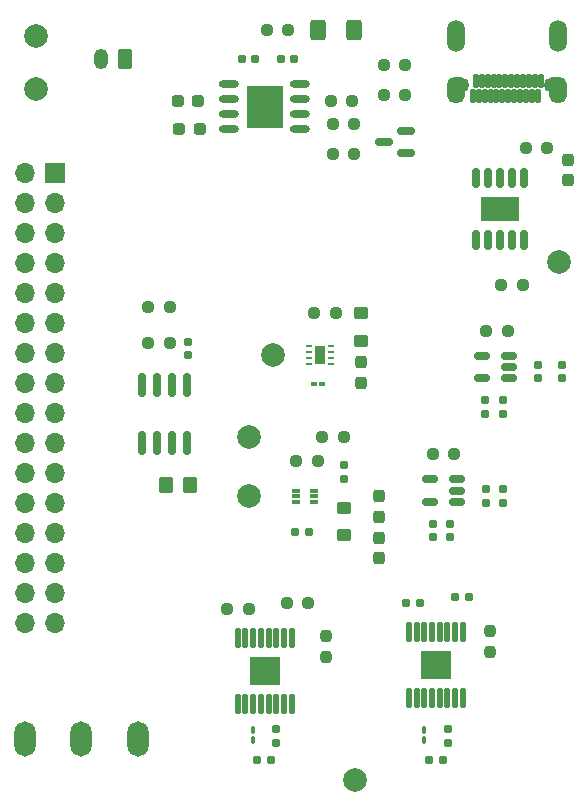
<source format=gbr>
%TF.GenerationSoftware,KiCad,Pcbnew,9.0.0*%
%TF.CreationDate,2025-03-28T15:22:39+02:00*%
%TF.ProjectId,project draft,70726f6a-6563-4742-9064-726166742e6b,rev?*%
%TF.SameCoordinates,Original*%
%TF.FileFunction,Soldermask,Top*%
%TF.FilePolarity,Negative*%
%FSLAX46Y46*%
G04 Gerber Fmt 4.6, Leading zero omitted, Abs format (unit mm)*
G04 Created by KiCad (PCBNEW 9.0.0) date 2025-03-28 15:22:39*
%MOMM*%
%LPD*%
G01*
G04 APERTURE LIST*
G04 Aperture macros list*
%AMRoundRect*
0 Rectangle with rounded corners*
0 $1 Rounding radius*
0 $2 $3 $4 $5 $6 $7 $8 $9 X,Y pos of 4 corners*
0 Add a 4 corners polygon primitive as box body*
4,1,4,$2,$3,$4,$5,$6,$7,$8,$9,$2,$3,0*
0 Add four circle primitives for the rounded corners*
1,1,$1+$1,$2,$3*
1,1,$1+$1,$4,$5*
1,1,$1+$1,$6,$7*
1,1,$1+$1,$8,$9*
0 Add four rect primitives between the rounded corners*
20,1,$1+$1,$2,$3,$4,$5,0*
20,1,$1+$1,$4,$5,$6,$7,0*
20,1,$1+$1,$6,$7,$8,$9,0*
20,1,$1+$1,$8,$9,$2,$3,0*%
G04 Aperture macros list end*
%ADD10RoundRect,0.101600X0.125000X0.475000X-0.125000X0.475000X-0.125000X-0.475000X0.125000X-0.475000X0*%
%ADD11RoundRect,0.101600X-0.125000X-0.475000X0.125000X-0.475000X0.125000X0.475000X-0.125000X0.475000X0*%
%ADD12O,1.503200X2.303200*%
%ADD13O,1.903200X1.303200*%
%ADD14O,1.503200X2.703200*%
%ADD15C,2.000000*%
%ADD16O,1.200000X1.750000*%
%ADD17RoundRect,0.250000X0.350000X0.625000X-0.350000X0.625000X-0.350000X-0.625000X0.350000X-0.625000X0*%
%ADD18O,1.700000X1.700000*%
%ADD19R,1.700000X1.700000*%
%ADD20RoundRect,0.237500X0.237500X-0.300000X0.237500X0.300000X-0.237500X0.300000X-0.237500X-0.300000X0*%
%ADD21RoundRect,0.237500X0.250000X0.237500X-0.250000X0.237500X-0.250000X-0.237500X0.250000X-0.237500X0*%
%ADD22RoundRect,0.237500X-0.250000X-0.237500X0.250000X-0.237500X0.250000X0.237500X-0.250000X0.237500X0*%
%ADD23RoundRect,0.150000X-0.150000X0.687500X-0.150000X-0.687500X0.150000X-0.687500X0.150000X0.687500X0*%
%ADD24R,3.300000X2.100000*%
%ADD25RoundRect,0.155000X-0.155000X0.212500X-0.155000X-0.212500X0.155000X-0.212500X0.155000X0.212500X0*%
%ADD26RoundRect,0.075000X-0.212500X-0.075000X0.212500X-0.075000X0.212500X0.075000X-0.212500X0.075000X0*%
%ADD27RoundRect,0.237500X-0.237500X0.300000X-0.237500X-0.300000X0.237500X-0.300000X0.237500X0.300000X0*%
%ADD28RoundRect,0.250000X0.350000X-0.275000X0.350000X0.275000X-0.350000X0.275000X-0.350000X-0.275000X0*%
%ADD29R,0.900000X1.600000*%
%ADD30RoundRect,0.062500X-0.187500X-0.062500X0.187500X-0.062500X0.187500X0.062500X-0.187500X0.062500X0*%
%ADD31RoundRect,0.155000X0.212500X0.155000X-0.212500X0.155000X-0.212500X-0.155000X0.212500X-0.155000X0*%
%ADD32RoundRect,0.100000X0.100000X-0.217500X0.100000X0.217500X-0.100000X0.217500X-0.100000X-0.217500X0*%
%ADD33RoundRect,0.160000X-0.197500X-0.160000X0.197500X-0.160000X0.197500X0.160000X-0.197500X0.160000X0*%
%ADD34RoundRect,0.160000X0.197500X0.160000X-0.197500X0.160000X-0.197500X-0.160000X0.197500X-0.160000X0*%
%ADD35RoundRect,0.237500X-0.237500X0.250000X-0.237500X-0.250000X0.237500X-0.250000X0.237500X0.250000X0*%
%ADD36RoundRect,0.050800X1.200000X1.150000X-1.200000X1.150000X-1.200000X-1.150000X1.200000X-1.150000X0*%
%ADD37RoundRect,0.050800X0.171500X0.780000X-0.171500X0.780000X-0.171500X-0.780000X0.171500X-0.780000X0*%
%ADD38RoundRect,0.250000X-0.400000X-0.625000X0.400000X-0.625000X0.400000X0.625000X-0.400000X0.625000X0*%
%ADD39RoundRect,0.050800X1.500000X1.750000X-1.500000X1.750000X-1.500000X-1.750000X1.500000X-1.750000X0*%
%ADD40O,1.701600X0.701600*%
%ADD41O,1.800000X3.000000*%
%ADD42RoundRect,0.150000X-0.150000X0.825000X-0.150000X-0.825000X0.150000X-0.825000X0.150000X0.825000X0*%
%ADD43RoundRect,0.150000X0.512500X0.150000X-0.512500X0.150000X-0.512500X-0.150000X0.512500X-0.150000X0*%
%ADD44RoundRect,0.050800X-0.300000X0.150000X-0.300000X-0.150000X0.300000X-0.150000X0.300000X0.150000X0*%
%ADD45RoundRect,0.250000X0.350000X0.450000X-0.350000X0.450000X-0.350000X-0.450000X0.350000X-0.450000X0*%
%ADD46RoundRect,0.160000X-0.160000X0.197500X-0.160000X-0.197500X0.160000X-0.197500X0.160000X0.197500X0*%
%ADD47RoundRect,0.150000X0.587500X0.150000X-0.587500X0.150000X-0.587500X-0.150000X0.587500X-0.150000X0*%
%ADD48RoundRect,0.237500X0.287500X0.237500X-0.287500X0.237500X-0.287500X-0.237500X0.287500X-0.237500X0*%
%ADD49RoundRect,0.155000X-0.212500X-0.155000X0.212500X-0.155000X0.212500X0.155000X-0.212500X0.155000X0*%
%ADD50RoundRect,0.155000X0.155000X-0.212500X0.155000X0.212500X-0.155000X0.212500X-0.155000X-0.212500X0*%
G04 APERTURE END LIST*
D10*
%TO.C,USBC2*%
X176949900Y-70619800D03*
X176450000Y-70619800D03*
X175949900Y-70619800D03*
X175450000Y-70619800D03*
X174949900Y-70619800D03*
X174450000Y-70619800D03*
X173949900Y-70619800D03*
X173450000Y-70619800D03*
X172949900Y-70619800D03*
X172450100Y-70619800D03*
X171949900Y-70619800D03*
X171450100Y-70619800D03*
D11*
X171700000Y-69369900D03*
X172199900Y-69369900D03*
X172700000Y-69369900D03*
X173200100Y-69369900D03*
X173700000Y-69369900D03*
X174199900Y-69369900D03*
X174700000Y-69369900D03*
X175199900Y-69369900D03*
X175700000Y-69369900D03*
X176199900Y-69369900D03*
X176700000Y-69369900D03*
X177199900Y-69369900D03*
D12*
X178640000Y-70049900D03*
X170000000Y-70049900D03*
D13*
X170219900Y-69649800D03*
X178420100Y-69649800D03*
D14*
X178640000Y-65500000D03*
X170000000Y-65500000D03*
%TD*%
D15*
%TO.C,TP7*%
X152500000Y-99500000D03*
%TD*%
D16*
%TO.C,J1*%
X140000000Y-67500000D03*
D17*
X142000000Y-67500000D03*
%TD*%
D18*
%TO.C,J2*%
X133500000Y-115260000D03*
X136040000Y-115260000D03*
X133500000Y-112720000D03*
X136040000Y-112720000D03*
X133500000Y-110180000D03*
X136040000Y-110180000D03*
X133500000Y-107640000D03*
X136040000Y-107640000D03*
X133500000Y-105100000D03*
X136040000Y-105100000D03*
X133500000Y-102560000D03*
X136040000Y-102560000D03*
X133500000Y-100020000D03*
X136040000Y-100020000D03*
X133500000Y-97480000D03*
X136040000Y-97480000D03*
X133500000Y-94940000D03*
X136040000Y-94940000D03*
X133500000Y-92400000D03*
X136040000Y-92400000D03*
X133500000Y-89860000D03*
X136040000Y-89860000D03*
X133500000Y-87320000D03*
X136040000Y-87320000D03*
X133500000Y-84780000D03*
X136040000Y-84780000D03*
X133500000Y-82240000D03*
X136040000Y-82240000D03*
X133500000Y-79700000D03*
X136040000Y-79700000D03*
X133500000Y-77160000D03*
D19*
X136040000Y-77160000D03*
%TD*%
D20*
%TO.C,C3*%
X179500000Y-77725000D03*
X179500000Y-76000000D03*
%TD*%
D21*
%TO.C,R3*%
X177750100Y-75000000D03*
X175925100Y-75000000D03*
%TD*%
D22*
%TO.C,R1*%
X173837600Y-86637500D03*
X175662600Y-86637500D03*
%TD*%
D15*
%TO.C,TP2*%
X178750100Y-84637500D03*
%TD*%
D23*
%TO.C,U1*%
X175750100Y-77500000D03*
X174750100Y-77500000D03*
X173750100Y-77500000D03*
X172750100Y-77500000D03*
X171750100Y-77500000D03*
X171750100Y-82775000D03*
X172750100Y-82775000D03*
X173750100Y-82775000D03*
X174750100Y-82775000D03*
X175750100Y-82775000D03*
D24*
X173750100Y-80137500D03*
%TD*%
D25*
%TO.C,C10*%
X172500000Y-97500000D03*
X172500000Y-96365000D03*
%TD*%
D26*
%TO.C,C1*%
X158700000Y-95000000D03*
X158025000Y-95000000D03*
%TD*%
D27*
%TO.C,C2*%
X162000000Y-94862500D03*
X162000000Y-93137500D03*
%TD*%
D28*
%TO.C,L1*%
X162000000Y-89000000D03*
X162000000Y-91300000D03*
%TD*%
D21*
%TO.C,R2*%
X158000000Y-89000000D03*
X159825000Y-89000000D03*
%TD*%
D29*
%TO.C,U2*%
X158500000Y-92500000D03*
D30*
X159450000Y-91750000D03*
X159450000Y-92250000D03*
X159450000Y-92750000D03*
X159450000Y-93250000D03*
X157550000Y-93250000D03*
X157550000Y-92750000D03*
X157550000Y-92250000D03*
X157550000Y-91750000D03*
%TD*%
D15*
%TO.C,TP5*%
X154500000Y-92500000D03*
%TD*%
D31*
%TO.C,C29*%
X167757600Y-126780000D03*
X168892600Y-126780000D03*
%TD*%
D32*
%TO.C,C28*%
X167325100Y-124305000D03*
X167325100Y-125120000D03*
%TD*%
D25*
%TO.C,C27*%
X169325100Y-125347500D03*
X169325100Y-124212500D03*
%TD*%
D33*
%TO.C,R28*%
X171097500Y-113000000D03*
X169902500Y-113000000D03*
%TD*%
D34*
%TO.C,R29*%
X165805000Y-113500000D03*
X167000000Y-113500000D03*
%TD*%
D35*
%TO.C,R30*%
X172912600Y-117692500D03*
X172912600Y-115867500D03*
%TD*%
D36*
%TO.C,U11*%
X168325100Y-118780000D03*
D37*
X170600200Y-121560000D03*
X169950200Y-121560000D03*
X169300200Y-121560000D03*
X168650200Y-121560000D03*
X168000000Y-121560000D03*
X167350000Y-121560000D03*
X166700000Y-121560000D03*
X166050000Y-121560000D03*
X166050000Y-116000000D03*
X166700000Y-116000000D03*
X167350000Y-116000000D03*
X168000000Y-116000000D03*
X168650200Y-116000000D03*
X169300200Y-116000000D03*
X169950200Y-116000000D03*
X170600200Y-116000000D03*
%TD*%
D38*
%TO.C,R17*%
X158325000Y-65000000D03*
X161425000Y-65000000D03*
%TD*%
D22*
%TO.C,R20*%
X165737500Y-67990000D03*
X163912500Y-67990000D03*
%TD*%
%TO.C,R21*%
X165737500Y-70500000D03*
X163912500Y-70500000D03*
%TD*%
D15*
%TO.C,TP4*%
X134500000Y-65500000D03*
%TD*%
%TO.C,TP3*%
X134500000Y-70000000D03*
%TD*%
D39*
%TO.C,U7*%
X153825000Y-71500000D03*
D40*
X156825000Y-73405000D03*
X156825000Y-72135000D03*
X156825000Y-70865000D03*
X156825000Y-69595000D03*
X150825000Y-73405000D03*
X150825000Y-72135000D03*
X150825000Y-70865000D03*
X150825000Y-69595000D03*
%TD*%
D41*
%TO.C,U12*%
X133500000Y-125000000D03*
X138300100Y-125000000D03*
X143100000Y-125000000D03*
%TD*%
D37*
%TO.C,U10*%
X156100200Y-116500000D03*
X155450200Y-116500000D03*
X154800200Y-116500000D03*
X154150200Y-116500000D03*
X153500000Y-116500000D03*
X152850000Y-116500000D03*
X152200000Y-116500000D03*
X151550000Y-116500000D03*
X151550000Y-122060000D03*
X152200000Y-122060000D03*
X152850000Y-122060000D03*
X153500000Y-122060000D03*
X154150200Y-122060000D03*
X154800200Y-122060000D03*
X155450200Y-122060000D03*
X156100200Y-122060000D03*
D36*
X153825100Y-119280000D03*
%TD*%
D42*
%TO.C,U6*%
X147270000Y-95025000D03*
X146000000Y-95025000D03*
X144730000Y-95025000D03*
X143460000Y-95025000D03*
X143460000Y-99975000D03*
X144730000Y-99975000D03*
X146000000Y-99975000D03*
X147270000Y-99975000D03*
%TD*%
D43*
%TO.C,U5*%
X174500000Y-94500000D03*
X174500000Y-93550000D03*
X174500000Y-92600000D03*
X172225000Y-92600000D03*
X172225000Y-94500000D03*
%TD*%
%TO.C,U4*%
X170137500Y-104950000D03*
X170137500Y-104000000D03*
X170137500Y-103050000D03*
X167862500Y-103050000D03*
X167862500Y-104950000D03*
%TD*%
D44*
%TO.C,U3*%
X157999800Y-104499900D03*
X156500000Y-104499900D03*
X156500000Y-105000000D03*
X156500000Y-104000000D03*
X157999800Y-105000000D03*
X157999800Y-104000000D03*
%TD*%
D15*
%TO.C,TP6*%
X152500000Y-104500000D03*
%TD*%
%TO.C,TP1*%
X161500000Y-128500000D03*
%TD*%
D35*
%TO.C,R27*%
X159000000Y-116280000D03*
X159000000Y-118105000D03*
%TD*%
D22*
%TO.C,R26*%
X155675000Y-113500000D03*
X157500000Y-113500000D03*
%TD*%
D21*
%TO.C,R25*%
X152500000Y-114000000D03*
X150675000Y-114000000D03*
%TD*%
D22*
%TO.C,R15*%
X154000000Y-65000000D03*
X155825000Y-65000000D03*
%TD*%
D21*
%TO.C,R14*%
X145777500Y-88500000D03*
X143952500Y-88500000D03*
%TD*%
%TO.C,R13*%
X145777500Y-91500000D03*
X143952500Y-91500000D03*
%TD*%
D22*
%TO.C,R12*%
X159587500Y-75520000D03*
X161412500Y-75520000D03*
%TD*%
%TO.C,R11*%
X159412500Y-71000000D03*
X161237500Y-71000000D03*
%TD*%
%TO.C,R10*%
X159587500Y-73000000D03*
X161412500Y-73000000D03*
%TD*%
D45*
%TO.C,R9*%
X147500000Y-103500000D03*
X145500000Y-103500000D03*
%TD*%
D22*
%TO.C,R8*%
X172587500Y-90500000D03*
X174412500Y-90500000D03*
%TD*%
%TO.C,R7*%
X168037500Y-100950000D03*
X169862500Y-100950000D03*
%TD*%
%TO.C,R6*%
X156500000Y-101500000D03*
X158325000Y-101500000D03*
%TD*%
D21*
%TO.C,R5*%
X160500000Y-99500000D03*
X158675000Y-99500000D03*
%TD*%
D46*
%TO.C,R4*%
X160500000Y-101805000D03*
X160500000Y-103000000D03*
%TD*%
D47*
%TO.C,Q2*%
X165787500Y-75450000D03*
X165787500Y-73550000D03*
X163912500Y-74500000D03*
%TD*%
D28*
%TO.C,L2*%
X160500000Y-107800000D03*
X160500000Y-105500000D03*
%TD*%
D48*
%TO.C,D2*%
X148200000Y-71000000D03*
X146450000Y-71000000D03*
%TD*%
%TO.C,D1*%
X148325000Y-73410000D03*
X146575000Y-73410000D03*
%TD*%
D31*
%TO.C,C26*%
X154325100Y-126780000D03*
X153190100Y-126780000D03*
%TD*%
D32*
%TO.C,C25*%
X152825100Y-125120000D03*
X152825100Y-124305000D03*
%TD*%
D25*
%TO.C,C24*%
X154825100Y-124212500D03*
X154825100Y-125347500D03*
%TD*%
D49*
%TO.C,C17*%
X151865000Y-67500000D03*
X153000000Y-67500000D03*
%TD*%
D31*
%TO.C,C16*%
X156325000Y-67500000D03*
X155190000Y-67500000D03*
%TD*%
D25*
%TO.C,C15*%
X147365000Y-91432500D03*
X147365000Y-92567500D03*
%TD*%
D27*
%TO.C,C14*%
X163500000Y-108000000D03*
X163500000Y-109725000D03*
%TD*%
D50*
%TO.C,C13*%
X178970000Y-94500000D03*
X178970000Y-93365000D03*
%TD*%
%TO.C,C12*%
X177000000Y-94500000D03*
X177000000Y-93365000D03*
%TD*%
D25*
%TO.C,C11*%
X174000000Y-96365000D03*
X174000000Y-97500000D03*
%TD*%
D50*
%TO.C,C9*%
X174037500Y-105017500D03*
X174037500Y-103882500D03*
%TD*%
D25*
%TO.C,C8*%
X168037500Y-106815000D03*
X168037500Y-107950000D03*
%TD*%
D50*
%TO.C,C7*%
X172537500Y-105017500D03*
X172537500Y-103882500D03*
%TD*%
D25*
%TO.C,C6*%
X169537500Y-106815000D03*
X169537500Y-107950000D03*
%TD*%
D27*
%TO.C,C5*%
X163500000Y-104500000D03*
X163500000Y-106225000D03*
%TD*%
D49*
%TO.C,C4*%
X156432500Y-107500000D03*
X157567500Y-107500000D03*
%TD*%
M02*

</source>
